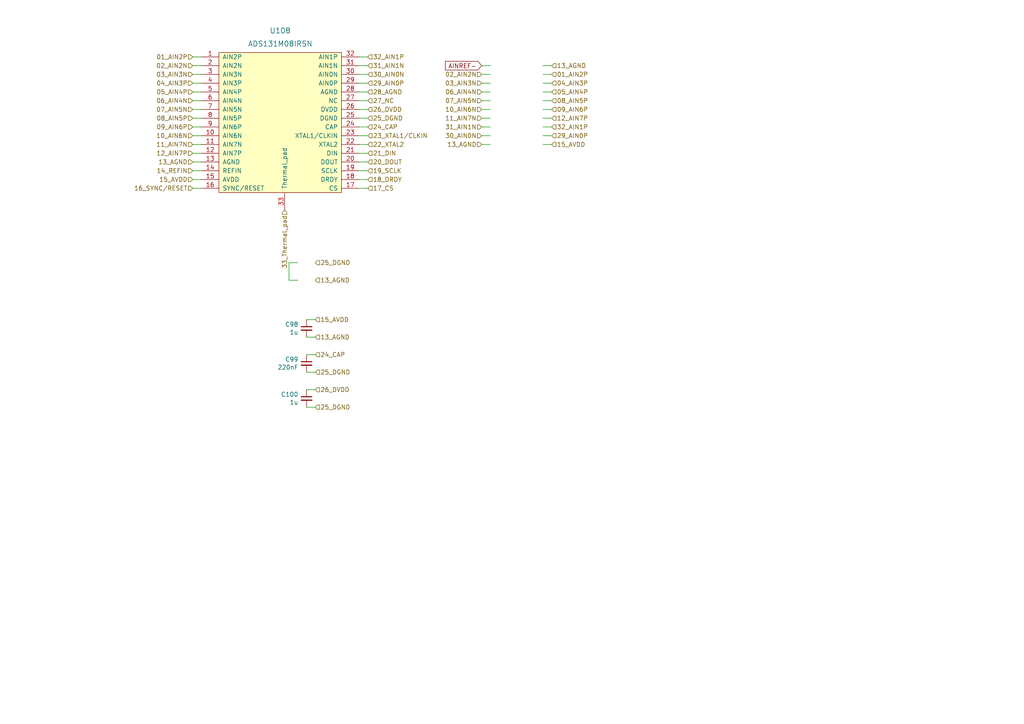
<source format=kicad_sch>
(kicad_sch (version 20210621) (generator eeschema)
  (paper "A4")
  (lib_symbols
    (symbol "FreeEEG32-ads131-rescue:C_Small-Device" (pin_numbers hide) (pin_names (offset 0.254) hide)
      (property "Reference" "C" (at 0.254 1.778 0))
      (property "Value" "C_Small-Device" (at 0.254 -2.032 0))
      (symbol "C_Small-Device_0_1"
        (polyline (pts (xy -1.524 -0.508) (xy 1.524 -0.508)) (stroke (width 0.3302)))
        (polyline (pts (xy -1.524 0.508) (xy 1.524 0.508)) (stroke (width 0.3048)))
      )
      (symbol "C_Small-Device_1_1"
        (pin passive line (at 0 2.54 270) (length 2.032) (name "~") (number "1"))
        (pin passive line (at 0 -2.54 90) (length 2.032) (name "~") (number "2"))
      )
    )
    (symbol "ads131:ADS131M08IPBS" (pin_names (offset 1.016))
      (property "Reference" "U?" (at -1.27 44.45 0))
      (property "Value" "ADS131M08IPBS" (at -1.27 40.64 0))
      (symbol "ADS131M08IPBS_0_1"
        (rectangle (start -19.05 39.37) (end 16.51 -1.27) (fill (type background)))
      )
      (symbol "ADS131M08IPBS_1_1"
        (pin input line (at -24.13 38.1 0) (length 5.08) (name "AIN2P") (number "1"))
        (pin input line (at -24.13 15.24 0) (length 5.08) (name "AIN6N") (number "10"))
        (pin input line (at -24.13 12.7 0) (length 5.08) (name "AIN7N") (number "11"))
        (pin input line (at -24.13 10.16 0) (length 5.08) (name "AIN7P") (number "12"))
        (pin input line (at -24.13 7.62 0) (length 5.08) (name "AGND") (number "13"))
        (pin input line (at -24.13 5.08 0) (length 5.08) (name "REFIN") (number "14"))
        (pin input line (at -24.13 2.54 0) (length 5.08) (name "AVDD") (number "15"))
        (pin input line (at -24.13 0 0) (length 5.08) (name "SYNC/RESET") (number "16"))
        (pin input line (at 21.59 0 180) (length 5.08) (name "CS") (number "17"))
        (pin input line (at 21.59 2.54 180) (length 5.08) (name "DRDY") (number "18"))
        (pin input line (at 21.59 5.08 180) (length 5.08) (name "SCLK") (number "19"))
        (pin input line (at -24.13 35.56 0) (length 5.08) (name "AIN2N") (number "2"))
        (pin input line (at 21.59 7.62 180) (length 5.08) (name "DOUT") (number "20"))
        (pin input line (at 21.59 10.16 180) (length 5.08) (name "DIN") (number "21"))
        (pin input line (at 21.59 12.7 180) (length 5.08) (name "XTAL2") (number "22"))
        (pin input line (at 21.59 15.24 180) (length 5.08) (name "XTAL1/CLKIN") (number "23"))
        (pin input line (at 21.59 17.78 180) (length 5.08) (name "CAP") (number "24"))
        (pin input line (at 21.59 20.32 180) (length 5.08) (name "DGND") (number "25"))
        (pin input line (at 21.59 22.86 180) (length 5.08) (name "DVDD") (number "26"))
        (pin input line (at 21.59 25.4 180) (length 5.08) (name "NC") (number "27"))
        (pin input line (at 21.59 27.94 180) (length 5.08) (name "AGND") (number "28"))
        (pin input line (at 21.59 30.48 180) (length 5.08) (name "AIN0P") (number "29"))
        (pin input line (at -24.13 33.02 0) (length 5.08) (name "AIN3N") (number "3"))
        (pin input line (at 21.59 33.02 180) (length 5.08) (name "AIN0N") (number "30"))
        (pin input line (at 21.59 35.56 180) (length 5.08) (name "AIN1N") (number "31"))
        (pin input line (at 21.59 38.1 180) (length 5.08) (name "AIN1P") (number "32"))
        (pin input line (at 0 -6.35 90) (length 5.08) (name "Thermal_pad") (number "33"))
        (pin input line (at -24.13 30.48 0) (length 5.08) (name "AIN3P") (number "4"))
        (pin input line (at -24.13 27.94 0) (length 5.08) (name "AIN4P") (number "5"))
        (pin input line (at -24.13 25.4 0) (length 5.08) (name "AIN4N") (number "6"))
        (pin input line (at -24.13 22.86 0) (length 5.08) (name "AIN5N") (number "7"))
        (pin input line (at -24.13 20.32 0) (length 5.08) (name "AIN5P") (number "8"))
        (pin input line (at -24.13 17.78 0) (length 5.08) (name "AIN6P") (number "9"))
      )
    )
  )
  (wire (pts (xy 55.88 16.51) (xy 58.42 16.51)))
  (wire (pts (xy 55.88 19.05) (xy 58.42 19.05)))
  (wire (pts (xy 55.88 21.59) (xy 58.42 21.59)))
  (wire (pts (xy 55.88 24.13) (xy 58.42 24.13)))
  (wire (pts (xy 55.88 29.21) (xy 58.42 29.21)))
  (wire (pts (xy 55.88 31.75) (xy 58.42 31.75)))
  (wire (pts (xy 55.88 34.29) (xy 58.42 34.29)))
  (wire (pts (xy 55.88 36.83) (xy 58.42 36.83)))
  (wire (pts (xy 55.88 39.37) (xy 58.42 39.37)))
  (wire (pts (xy 55.88 41.91) (xy 58.42 41.91)))
  (wire (pts (xy 55.88 44.45) (xy 58.42 44.45)))
  (wire (pts (xy 55.88 46.99) (xy 58.42 46.99)))
  (wire (pts (xy 55.88 49.53) (xy 58.42 49.53)))
  (wire (pts (xy 55.88 52.07) (xy 58.42 52.07)))
  (wire (pts (xy 55.88 54.61) (xy 58.42 54.61)))
  (wire (pts (xy 58.42 26.67) (xy 55.88 26.67)))
  (wire (pts (xy 83.82 76.2) (xy 83.82 81.28)))
  (wire (pts (xy 83.82 81.28) (xy 86.36 81.28)))
  (wire (pts (xy 86.36 76.2) (xy 83.82 76.2)))
  (wire (pts (xy 91.44 92.71) (xy 88.9 92.71)))
  (wire (pts (xy 91.44 97.79) (xy 88.9 97.79)))
  (wire (pts (xy 91.44 102.87) (xy 88.9 102.87)))
  (wire (pts (xy 91.44 107.95) (xy 88.9 107.95)))
  (wire (pts (xy 91.44 113.03) (xy 88.9 113.03)))
  (wire (pts (xy 91.44 118.11) (xy 88.9 118.11)))
  (wire (pts (xy 104.14 16.51) (xy 106.68 16.51)))
  (wire (pts (xy 104.14 19.05) (xy 106.68 19.05)))
  (wire (pts (xy 104.14 21.59) (xy 106.68 21.59)))
  (wire (pts (xy 104.14 24.13) (xy 106.68 24.13)))
  (wire (pts (xy 104.14 29.21) (xy 106.68 29.21)))
  (wire (pts (xy 104.14 31.75) (xy 106.68 31.75)))
  (wire (pts (xy 104.14 34.29) (xy 106.68 34.29)))
  (wire (pts (xy 104.14 36.83) (xy 106.68 36.83)))
  (wire (pts (xy 104.14 39.37) (xy 106.68 39.37)))
  (wire (pts (xy 104.14 41.91) (xy 106.68 41.91)))
  (wire (pts (xy 104.14 44.45) (xy 106.68 44.45)))
  (wire (pts (xy 104.14 46.99) (xy 106.68 46.99)))
  (wire (pts (xy 104.14 49.53) (xy 106.68 49.53)))
  (wire (pts (xy 104.14 52.07) (xy 106.68 52.07)))
  (wire (pts (xy 104.14 54.61) (xy 106.68 54.61)))
  (wire (pts (xy 106.68 26.67) (xy 104.14 26.67)))
  (wire (pts (xy 139.7 21.59) (xy 142.24 21.59)))
  (wire (pts (xy 139.7 24.13) (xy 142.24 24.13)))
  (wire (pts (xy 139.7 26.67) (xy 142.24 26.67)))
  (wire (pts (xy 139.7 29.21) (xy 142.24 29.21)))
  (wire (pts (xy 139.7 31.75) (xy 142.24 31.75)))
  (wire (pts (xy 139.7 34.29) (xy 142.24 34.29)))
  (wire (pts (xy 139.7 36.83) (xy 142.24 36.83)))
  (wire (pts (xy 139.7 39.37) (xy 142.24 39.37)))
  (wire (pts (xy 142.24 19.05) (xy 139.7 19.05)))
  (wire (pts (xy 142.24 41.91) (xy 139.7 41.91)))
  (wire (pts (xy 160.02 19.05) (xy 157.48 19.05)))
  (wire (pts (xy 160.02 21.59) (xy 157.48 21.59)))
  (wire (pts (xy 160.02 24.13) (xy 157.48 24.13)))
  (wire (pts (xy 160.02 26.67) (xy 157.48 26.67)))
  (wire (pts (xy 160.02 29.21) (xy 157.48 29.21)))
  (wire (pts (xy 160.02 31.75) (xy 157.48 31.75)))
  (wire (pts (xy 160.02 34.29) (xy 157.48 34.29)))
  (wire (pts (xy 160.02 36.83) (xy 157.48 36.83)))
  (wire (pts (xy 160.02 39.37) (xy 157.48 39.37)))
  (wire (pts (xy 160.02 41.91) (xy 157.48 41.91)))
  (global_label "AINREF-" (shape input) (at 139.7 19.05 180) (property "Intersheet References" "${INTERSHEET_REFS}" (effects hide)))
  (hierarchical_label "01_AIN2P" (shape input) (at 55.88 16.51 180))
  (hierarchical_label "02_AIN2N" (shape input) (at 55.88 19.05 180))
  (hierarchical_label "03_AIN3N" (shape input) (at 55.88 21.59 180))
  (hierarchical_label "04_AIN3P" (shape input) (at 55.88 24.13 180))
  (hierarchical_label "05_AIN4P" (shape input) (at 55.88 26.67 180))
  (hierarchical_label "06_AIN4N" (shape input) (at 55.88 29.21 180))
  (hierarchical_label "07_AIN5N" (shape input) (at 55.88 31.75 180))
  (hierarchical_label "08_AIN5P" (shape input) (at 55.88 34.29 180))
  (hierarchical_label "09_AIN6P" (shape input) (at 55.88 36.83 180))
  (hierarchical_label "10_AIN6N" (shape input) (at 55.88 39.37 180))
  (hierarchical_label "11_AIN7N" (shape input) (at 55.88 41.91 180))
  (hierarchical_label "12_AIN7P" (shape input) (at 55.88 44.45 180))
  (hierarchical_label "13_AGND" (shape input) (at 55.88 46.99 180))
  (hierarchical_label "14_REFIN" (shape input) (at 55.88 49.53 180))
  (hierarchical_label "15_AVDD" (shape input) (at 55.88 52.07 180))
  (hierarchical_label "16_SYNC{slash}RESET" (shape input) (at 55.88 54.61 180))
  (hierarchical_label "33_Thermal_pad" (shape input) (at 82.55 60.96 270))
  (hierarchical_label "25_DGND" (shape input) (at 91.44 76.2 0))
  (hierarchical_label "13_AGND" (shape input) (at 91.44 81.28 0))
  (hierarchical_label "15_AVDD" (shape input) (at 91.44 92.71 0))
  (hierarchical_label "13_AGND" (shape input) (at 91.44 97.79 0))
  (hierarchical_label "24_CAP" (shape input) (at 91.44 102.87 0))
  (hierarchical_label "25_DGND" (shape input) (at 91.44 107.95 0))
  (hierarchical_label "26_DVDD" (shape input) (at 91.44 113.03 0))
  (hierarchical_label "25_DGND" (shape input) (at 91.44 118.11 0))
  (hierarchical_label "32_AIN1P" (shape input) (at 106.68 16.51 0))
  (hierarchical_label "31_AIN1N" (shape input) (at 106.68 19.05 0))
  (hierarchical_label "30_AIN0N" (shape input) (at 106.68 21.59 0))
  (hierarchical_label "29_AIN0P" (shape input) (at 106.68 24.13 0))
  (hierarchical_label "28_AGND" (shape input) (at 106.68 26.67 0))
  (hierarchical_label "27_NC" (shape input) (at 106.68 29.21 0))
  (hierarchical_label "26_DVDD" (shape input) (at 106.68 31.75 0))
  (hierarchical_label "25_DGND" (shape input) (at 106.68 34.29 0))
  (hierarchical_label "24_CAP" (shape input) (at 106.68 36.83 0))
  (hierarchical_label "23_XTAL1{slash}CLKIN" (shape input) (at 106.68 39.37 0))
  (hierarchical_label "22_XTAL2" (shape input) (at 106.68 41.91 0))
  (hierarchical_label "21_DIN" (shape input) (at 106.68 44.45 0))
  (hierarchical_label "20_DOUT" (shape input) (at 106.68 46.99 0))
  (hierarchical_label "19_SCLK" (shape input) (at 106.68 49.53 0))
  (hierarchical_label "18_DRDY" (shape input) (at 106.68 52.07 0))
  (hierarchical_label "17_CS" (shape input) (at 106.68 54.61 0))
  (hierarchical_label "02_AIN2N" (shape input) (at 139.7 21.59 180))
  (hierarchical_label "03_AIN3N" (shape input) (at 139.7 24.13 180))
  (hierarchical_label "06_AIN4N" (shape input) (at 139.7 26.67 180))
  (hierarchical_label "07_AIN5N" (shape input) (at 139.7 29.21 180))
  (hierarchical_label "10_AIN6N" (shape input) (at 139.7 31.75 180))
  (hierarchical_label "11_AIN7N" (shape input) (at 139.7 34.29 180))
  (hierarchical_label "31_AIN1N" (shape input) (at 139.7 36.83 180))
  (hierarchical_label "30_AIN0N" (shape input) (at 139.7 39.37 180))
  (hierarchical_label "13_AGND" (shape input) (at 139.7 41.91 180))
  (hierarchical_label "13_AGND" (shape input) (at 160.02 19.05 0))
  (hierarchical_label "01_AIN2P" (shape input) (at 160.02 21.59 0))
  (hierarchical_label "04_AIN3P" (shape input) (at 160.02 24.13 0))
  (hierarchical_label "05_AIN4P" (shape input) (at 160.02 26.67 0))
  (hierarchical_label "08_AIN5P" (shape input) (at 160.02 29.21 0))
  (hierarchical_label "09_AIN6P" (shape input) (at 160.02 31.75 0))
  (hierarchical_label "12_AIN7P" (shape input) (at 160.02 34.29 0))
  (hierarchical_label "32_AIN1P" (shape input) (at 160.02 36.83 0))
  (hierarchical_label "29_AIN0P" (shape input) (at 160.02 39.37 0))
  (hierarchical_label "15_AVDD" (shape input) (at 160.02 41.91 0))
  (symbol (lib_id "FreeEEG32-ads131-rescue:C_Small-Device") (at 88.9 95.25 0) (mirror y) (unit 1)
    (property "Reference" "C98" (at 86.5632 94.0816 0) (effects (justify left)))
    (property "Value" "1u" (at 86.5632 96.393 0) (effects (justify left)))
    (property "Footprint" "Capacitor_SMD:C_0402_1005Metric" (effects hide))
    (property "Datasheet" "C0G" (effects hide))
    (property "MNP" "CL05A105KO5NNNC" (effects hide))
  )
  (symbol (lib_id "FreeEEG32-ads131-rescue:C_Small-Device") (at 88.9 105.41 0) (mirror y) (unit 1)
    (property "Reference" "C99" (at 86.5632 104.2416 0) (effects (justify left)))
    (property "Value" "220nF" (at 86.5632 106.553 0) (effects (justify left)))
    (property "Footprint" "Capacitor_SMD:C_0402_1005Metric" (effects hide))
    (property "Datasheet" "X7R, not Y5V" (effects hide))
    (property "MNP" "CL05A105KO5NNNC" (effects hide))
  )
  (symbol (lib_id "FreeEEG32-ads131-rescue:C_Small-Device") (at 88.9 115.57 0) (mirror y) (unit 1)
    (property "Reference" "C100" (at 86.5632 114.4016 0) (effects (justify left)))
    (property "Value" "1u" (at 86.5632 116.713 0) (effects (justify left)))
    (property "Footprint" "Capacitor_SMD:C_0402_1005Metric" (effects hide))
    (property "Datasheet" "X7R, not Y5V" (effects hide))
    (property "MNP" "CL05A105KO5NNNC" (effects hide))
  )
  (symbol (lib_id "ads131:ADS131M08IPBS") (at 82.55 54.61 0) (unit 1)
    (property "Reference" "U108" (at 81.28 8.89 0) (effects (font (size 1.524 1.524))))
    (property "Value" "ADS131M08IRSN" (at 81.28 12.7 0) (effects (font (size 1.524 1.524))))
    (property "Footprint" "Package_DFN_QFN:QFN-32-1EP_4x4mm_P0.4mm_EP2.65x2.65mm_ThermalVias" (effects hide))
    (property "MNP" "AD7771BCPZ" (effects hide))
    (property "Manufacturer" "Analog Devices" (effects hide))
  )
)
</source>
